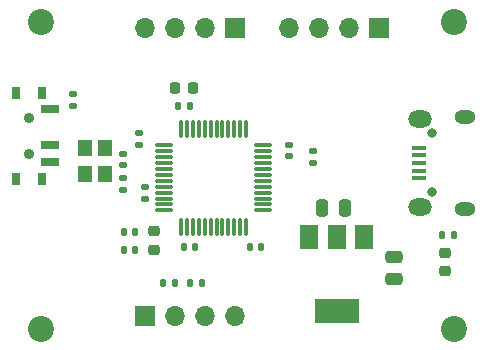
<source format=gbr>
%TF.GenerationSoftware,KiCad,Pcbnew,7.0.9*%
%TF.CreationDate,2024-01-02T09:41:28+05:30*%
%TF.ProjectId,STM32F103C8T6,53544d33-3246-4313-9033-433854362e6b,rev?*%
%TF.SameCoordinates,Original*%
%TF.FileFunction,Soldermask,Top*%
%TF.FilePolarity,Negative*%
%FSLAX46Y46*%
G04 Gerber Fmt 4.6, Leading zero omitted, Abs format (unit mm)*
G04 Created by KiCad (PCBNEW 7.0.9) date 2024-01-02 09:41:28*
%MOMM*%
%LPD*%
G01*
G04 APERTURE LIST*
G04 Aperture macros list*
%AMRoundRect*
0 Rectangle with rounded corners*
0 $1 Rounding radius*
0 $2 $3 $4 $5 $6 $7 $8 $9 X,Y pos of 4 corners*
0 Add a 4 corners polygon primitive as box body*
4,1,4,$2,$3,$4,$5,$6,$7,$8,$9,$2,$3,0*
0 Add four circle primitives for the rounded corners*
1,1,$1+$1,$2,$3*
1,1,$1+$1,$4,$5*
1,1,$1+$1,$6,$7*
1,1,$1+$1,$8,$9*
0 Add four rect primitives between the rounded corners*
20,1,$1+$1,$2,$3,$4,$5,0*
20,1,$1+$1,$4,$5,$6,$7,0*
20,1,$1+$1,$6,$7,$8,$9,0*
20,1,$1+$1,$8,$9,$2,$3,0*%
G04 Aperture macros list end*
%ADD10RoundRect,0.135000X0.135000X0.185000X-0.135000X0.185000X-0.135000X-0.185000X0.135000X-0.185000X0*%
%ADD11RoundRect,0.250000X0.475000X-0.250000X0.475000X0.250000X-0.475000X0.250000X-0.475000X-0.250000X0*%
%ADD12RoundRect,0.140000X0.140000X0.170000X-0.140000X0.170000X-0.140000X-0.170000X0.140000X-0.170000X0*%
%ADD13RoundRect,0.140000X-0.140000X-0.170000X0.140000X-0.170000X0.140000X0.170000X-0.140000X0.170000X0*%
%ADD14RoundRect,0.135000X-0.135000X-0.185000X0.135000X-0.185000X0.135000X0.185000X-0.135000X0.185000X0*%
%ADD15RoundRect,0.140000X0.170000X-0.140000X0.170000X0.140000X-0.170000X0.140000X-0.170000X-0.140000X0*%
%ADD16RoundRect,0.218750X-0.256250X0.218750X-0.256250X-0.218750X0.256250X-0.218750X0.256250X0.218750X0*%
%ADD17RoundRect,0.250000X-0.250000X-0.475000X0.250000X-0.475000X0.250000X0.475000X-0.250000X0.475000X0*%
%ADD18RoundRect,0.135000X-0.185000X0.135000X-0.185000X-0.135000X0.185000X-0.135000X0.185000X0.135000X0*%
%ADD19C,2.200000*%
%ADD20R,1.700000X1.700000*%
%ADD21O,1.700000X1.700000*%
%ADD22R,1.500000X2.000000*%
%ADD23R,3.800000X2.000000*%
%ADD24O,0.800000X0.800000*%
%ADD25R,1.300000X0.450000*%
%ADD26O,1.800000X1.150000*%
%ADD27O,2.000000X1.450000*%
%ADD28R,0.800000X1.000000*%
%ADD29C,0.900000*%
%ADD30R,1.500000X0.700000*%
%ADD31R,1.200000X1.400000*%
%ADD32RoundRect,0.140000X-0.170000X0.140000X-0.170000X-0.140000X0.170000X-0.140000X0.170000X0.140000X0*%
%ADD33RoundRect,0.075000X-0.662500X-0.075000X0.662500X-0.075000X0.662500X0.075000X-0.662500X0.075000X0*%
%ADD34RoundRect,0.075000X-0.075000X-0.662500X0.075000X-0.662500X0.075000X0.662500X-0.075000X0.662500X0*%
%ADD35RoundRect,0.135000X0.185000X-0.135000X0.185000X0.135000X-0.185000X0.135000X-0.185000X-0.135000X0*%
%ADD36RoundRect,0.225000X-0.225000X-0.250000X0.225000X-0.250000X0.225000X0.250000X-0.225000X0.250000X0*%
G04 APERTURE END LIST*
D10*
%TO.C,R4*%
X68338000Y-103124000D03*
X67318000Y-103124000D03*
%TD*%
D11*
%TO.C,C13*%
X86868000Y-102804000D03*
X86868000Y-100904000D03*
%TD*%
D12*
%TO.C,C8*%
X64968000Y-100330000D03*
X64008000Y-100330000D03*
%TD*%
D13*
%TO.C,C9*%
X69116000Y-100076000D03*
X70076000Y-100076000D03*
%TD*%
D14*
%TO.C,R3*%
X90930000Y-99034500D03*
X91950000Y-99034500D03*
%TD*%
D15*
%TO.C,C11*%
X63920000Y-95222000D03*
X63920000Y-94262000D03*
%TD*%
D12*
%TO.C,C7*%
X64996000Y-98806000D03*
X64036000Y-98806000D03*
%TD*%
D16*
%TO.C,FB1*%
X66548000Y-98755000D03*
X66548000Y-100330000D03*
%TD*%
D17*
%TO.C,C12*%
X80838000Y-96774000D03*
X82738000Y-96774000D03*
%TD*%
D18*
%TO.C,R2*%
X80010000Y-91946000D03*
X80010000Y-92966000D03*
%TD*%
D12*
%TO.C,C3*%
X75664000Y-100076000D03*
X74704000Y-100076000D03*
%TD*%
D19*
%TO.C,H3*%
X92000000Y-81000000D03*
%TD*%
D14*
%TO.C,R5*%
X69604000Y-103124000D03*
X70624000Y-103124000D03*
%TD*%
D20*
%TO.C,J3*%
X73406000Y-81534000D03*
D21*
X70866000Y-81534000D03*
X68326000Y-81534000D03*
X65786000Y-81534000D03*
%TD*%
D16*
%TO.C,D1*%
X91186000Y-100558500D03*
X91186000Y-102133500D03*
%TD*%
D22*
%TO.C,U2*%
X84342000Y-99212000D03*
X82042000Y-99212000D03*
D23*
X82042000Y-105512000D03*
D22*
X79742000Y-99212000D03*
%TD*%
D24*
%TO.C,J1*%
X90132000Y-95464000D03*
X90132000Y-90464000D03*
D25*
X89032000Y-94264000D03*
X89032000Y-93614000D03*
X89032000Y-92964000D03*
X89032000Y-92314000D03*
X89032000Y-91664000D03*
D26*
X92882000Y-96839000D03*
D27*
X89082000Y-96689000D03*
X89082000Y-89239000D03*
D26*
X92882000Y-89089000D03*
%TD*%
D28*
%TO.C,SW1*%
X57135000Y-87028000D03*
X54925000Y-87028000D03*
D29*
X56025000Y-89178000D03*
X56025000Y-92178000D03*
D28*
X57135000Y-94328000D03*
X54925000Y-94328000D03*
D30*
X57785000Y-88428000D03*
X57785000Y-91428000D03*
X57785000Y-92928000D03*
%TD*%
D20*
%TO.C,J4*%
X65786000Y-105918000D03*
D21*
X68326000Y-105918000D03*
X70866000Y-105918000D03*
X73406000Y-105918000D03*
%TD*%
D31*
%TO.C,Y1*%
X60745000Y-91737000D03*
X60745000Y-93937000D03*
X62445000Y-93937000D03*
X62445000Y-91737000D03*
%TD*%
D19*
%TO.C,H4*%
X57000000Y-81000000D03*
%TD*%
D20*
%TO.C,J2*%
X85598000Y-81534000D03*
D21*
X83058000Y-81534000D03*
X80518000Y-81534000D03*
X77978000Y-81534000D03*
%TD*%
D13*
%TO.C,C1*%
X68636000Y-88138000D03*
X69596000Y-88138000D03*
%TD*%
D19*
%TO.C,H2*%
X92000000Y-107000000D03*
%TD*%
%TO.C,H1*%
X57000000Y-107000000D03*
%TD*%
D15*
%TO.C,C6*%
X65786000Y-95984000D03*
X65786000Y-95024000D03*
%TD*%
D32*
%TO.C,C2*%
X77978000Y-91440000D03*
X77978000Y-92400000D03*
%TD*%
D33*
%TO.C,U1*%
X67465500Y-91484000D03*
X67465500Y-91984000D03*
X67465500Y-92484000D03*
X67465500Y-92984000D03*
X67465500Y-93484000D03*
X67465500Y-93984000D03*
X67465500Y-94484000D03*
X67465500Y-94984000D03*
X67465500Y-95484000D03*
X67465500Y-95984000D03*
X67465500Y-96484000D03*
X67465500Y-96984000D03*
D34*
X68878000Y-98396500D03*
X69378000Y-98396500D03*
X69878000Y-98396500D03*
X70378000Y-98396500D03*
X70878000Y-98396500D03*
X71378000Y-98396500D03*
X71878000Y-98396500D03*
X72378000Y-98396500D03*
X72878000Y-98396500D03*
X73378000Y-98396500D03*
X73878000Y-98396500D03*
X74378000Y-98396500D03*
D33*
X75790500Y-96984000D03*
X75790500Y-96484000D03*
X75790500Y-95984000D03*
X75790500Y-95484000D03*
X75790500Y-94984000D03*
X75790500Y-94484000D03*
X75790500Y-93984000D03*
X75790500Y-93484000D03*
X75790500Y-92984000D03*
X75790500Y-92484000D03*
X75790500Y-91984000D03*
X75790500Y-91484000D03*
D34*
X74378000Y-90071500D03*
X73878000Y-90071500D03*
X73378000Y-90071500D03*
X72878000Y-90071500D03*
X72378000Y-90071500D03*
X71878000Y-90071500D03*
X71378000Y-90071500D03*
X70878000Y-90071500D03*
X70378000Y-90071500D03*
X69878000Y-90071500D03*
X69378000Y-90071500D03*
X68878000Y-90071500D03*
%TD*%
D35*
%TO.C,R1*%
X59690000Y-88140000D03*
X59690000Y-87120000D03*
%TD*%
D15*
%TO.C,C4*%
X65278000Y-91412000D03*
X65278000Y-90452000D03*
%TD*%
%TO.C,C10*%
X63920000Y-93162000D03*
X63920000Y-92202000D03*
%TD*%
D36*
%TO.C,C5*%
X68326000Y-86614000D03*
X69876000Y-86614000D03*
%TD*%
M02*

</source>
